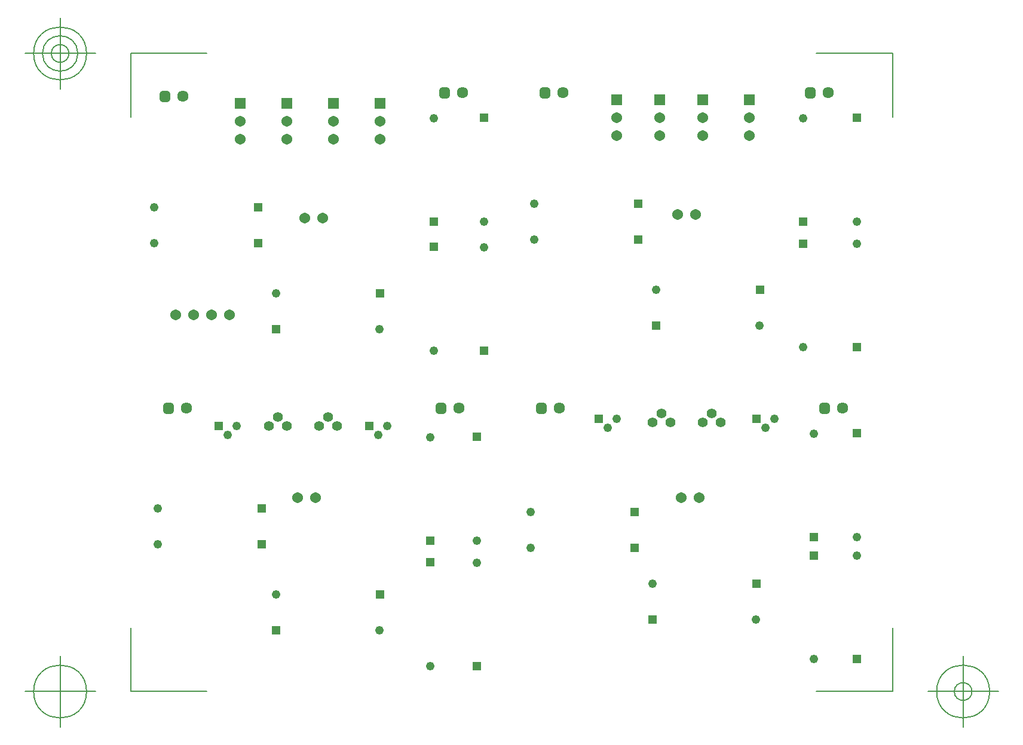
<source format=gbr>
G04 Generated by Ultiboard 14.2 *
%FSLAX33Y33*%
%MOMM*%

%ADD10C,0.001*%
%ADD11C,0.127*%
%ADD12C,1.609*%
%ADD13R,0.529X0.529*%
%ADD14C,0.995*%
%ADD15C,1.537*%
%ADD16C,1.245*%
%ADD17R,1.245X1.245*%
%ADD18R,1.537X1.537*%
%ADD19C,1.397*%


G04 ColorRGB 9900CC for the following layer *
%LNSolder Mask Bottom*%
%LPD*%
G54D10*
G54D11*
X-23622Y27940D02*
X-23622Y36982D01*
X-23622Y27940D02*
X-12827Y27940D01*
X84328Y27940D02*
X73533Y27940D01*
X84328Y27940D02*
X84328Y36982D01*
X84328Y118364D02*
X84328Y109322D01*
X84328Y118364D02*
X73533Y118364D01*
X-23622Y118364D02*
X-12827Y118364D01*
X-23622Y118364D02*
X-23622Y109322D01*
X-28622Y27940D02*
X-38622Y27940D01*
X-33622Y22940D02*
X-33622Y32940D01*
X-37372Y27940D02*
G75*
D01*
G02X-37372Y27940I3750J0*
G01*
X89328Y27940D02*
X99328Y27940D01*
X94328Y22940D02*
X94328Y32940D01*
X90578Y27940D02*
G75*
D01*
G02X90578Y27940I3750J0*
G01*
X93078Y27940D02*
G75*
D01*
G02X93078Y27940I1250J0*
G01*
X-28622Y118364D02*
X-38622Y118364D01*
X-33622Y113364D02*
X-33622Y123364D01*
X-37372Y118364D02*
G75*
D01*
G02X-37372Y118364I3750J0*
G01*
X-36122Y118364D02*
G75*
D01*
G02X-36122Y118364I2500J0*
G01*
X-34872Y118364D02*
G75*
D01*
G02X-34872Y118364I1250J0*
G01*
G54D12*
X-16256Y112268D03*
X23368Y112776D03*
X37592Y112776D03*
X75184Y112776D03*
X-15748Y68072D03*
X22860Y68072D03*
X37084Y68072D03*
X77216Y68072D03*
G54D13*
X-18796Y112268D03*
X20828Y112776D03*
X35052Y112776D03*
X72644Y112776D03*
X-18288Y68072D03*
X20320Y68072D03*
X34544Y68072D03*
X74676Y68072D03*
G54D14*
X-19060Y112004D02*
X-18532Y112004D01*
X-18532Y112532D01*
X-19060Y112532D01*
X-19060Y112004D01*D02*
X20564Y112512D02*
X21092Y112512D01*
X21092Y113040D01*
X20564Y113040D01*
X20564Y112512D01*D02*
X34788Y112512D02*
X35316Y112512D01*
X35316Y113040D01*
X34788Y113040D01*
X34788Y112512D01*D02*
X72380Y112512D02*
X72908Y112512D01*
X72908Y113040D01*
X72380Y113040D01*
X72380Y112512D01*D02*
X-18552Y67808D02*
X-18024Y67808D01*
X-18024Y68336D01*
X-18552Y68336D01*
X-18552Y67808D01*D02*
X20056Y67808D02*
X20584Y67808D01*
X20584Y68336D01*
X20056Y68336D01*
X20056Y67808D01*D02*
X34280Y67808D02*
X34808Y67808D01*
X34808Y68336D01*
X34280Y68336D01*
X34280Y67808D01*D02*
X74412Y67808D02*
X74940Y67808D01*
X74940Y68336D01*
X74412Y68336D01*
X74412Y67808D01*D02*
G54D15*
X-12192Y81280D03*
X-14732Y81280D03*
X-17272Y81280D03*
X-9652Y81280D03*
X1016Y94996D03*
X3556Y94996D03*
X53848Y95504D03*
X56388Y95504D03*
X64008Y106680D03*
X64008Y109220D03*
X2540Y55372D03*
X0Y55372D03*
X56896Y55372D03*
X54356Y55372D03*
X57404Y109220D03*
X57404Y106680D03*
X51308Y109220D03*
X51308Y106680D03*
X45212Y106680D03*
X45212Y109220D03*
X5080Y108712D03*
X5080Y106172D03*
X11684Y106172D03*
X11684Y108712D03*
X-1524Y108712D03*
X-1524Y106172D03*
X-8128Y106172D03*
X-8128Y108712D03*
G54D16*
X11652Y79248D03*
X-3016Y84328D03*
X-20288Y91440D03*
X-20288Y96520D03*
X19304Y76232D03*
X26416Y90900D03*
X19304Y109188D03*
X26416Y94520D03*
X33560Y91948D03*
X33560Y97028D03*
X65500Y79756D03*
X50832Y84836D03*
X71628Y76708D03*
X79248Y91408D03*
X71628Y109188D03*
X79248Y94520D03*
X11652Y36576D03*
X18796Y31528D03*
X25400Y46196D03*
X-3016Y41656D03*
X-19780Y48768D03*
X18796Y63976D03*
X25400Y49308D03*
X-19780Y53848D03*
X73152Y32512D03*
X79248Y47212D03*
X64992Y38100D03*
X50324Y43180D03*
X33052Y48260D03*
X73152Y64484D03*
X79248Y49816D03*
X33052Y53340D03*
X66294Y65278D03*
X67564Y66548D03*
X-9906Y64262D03*
X-8636Y65532D03*
X11430Y64262D03*
X12700Y65532D03*
X43942Y65278D03*
X45212Y66548D03*
G54D17*
X-3048Y79248D03*
X11684Y84328D03*
X-5588Y91440D03*
X-5588Y96520D03*
X19304Y90932D03*
X26416Y76200D03*
X19304Y94488D03*
X26416Y109220D03*
X48260Y91948D03*
X48260Y97028D03*
X50800Y79756D03*
X65532Y84836D03*
X71628Y91408D03*
X79248Y76708D03*
X71628Y94488D03*
X79248Y109220D03*
X-3048Y36576D03*
X18796Y46228D03*
X25400Y31496D03*
X11684Y41656D03*
X-5080Y48768D03*
X18796Y49276D03*
X25400Y64008D03*
X-5080Y53848D03*
X73152Y47212D03*
X79248Y32512D03*
X50292Y38100D03*
X65024Y43180D03*
X47752Y48260D03*
X73152Y49784D03*
X79248Y64516D03*
X47752Y53340D03*
X65024Y66548D03*
X-11176Y65532D03*
X10160Y65532D03*
X42672Y66548D03*
G54D18*
X64008Y111760D03*
X57404Y111760D03*
X51308Y111760D03*
X45212Y111760D03*
X5080Y111252D03*
X11684Y111252D03*
X-1524Y111252D03*
X-8128Y111252D03*
G54D19*
X-4064Y65532D03*
X-2794Y66802D03*
X-1524Y65532D03*
X3048Y65532D03*
X4318Y66802D03*
X5588Y65532D03*
X50292Y66040D03*
X51562Y67310D03*
X52832Y66040D03*
X57404Y66040D03*
X58674Y67310D03*
X59944Y66040D03*

M02*

</source>
